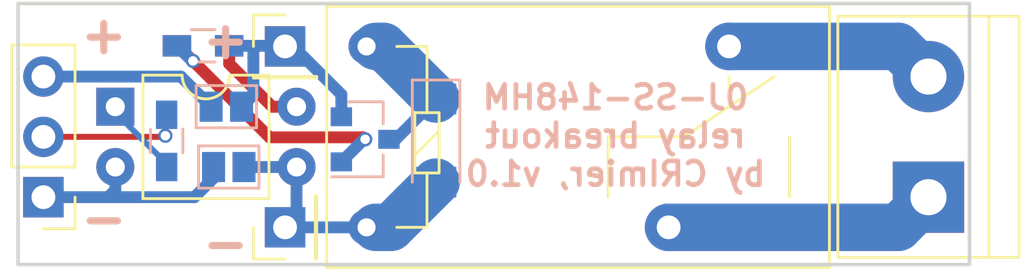
<source format=kicad_pcb>
(kicad_pcb (version 4) (host pcbnew 4.0.7)

  (general
    (links 19)
    (no_connects 0)
    (area 128.602381 101.555 176.716 117.777619)
    (thickness 1.6)
    (drawings 12)
    (tracks 60)
    (zones 0)
    (modules 13)
    (nets 12)
  )

  (page A4)
  (layers
    (0 F.Cu signal)
    (31 B.Cu signal)
    (32 B.Adhes user)
    (33 F.Adhes user)
    (34 B.Paste user)
    (35 F.Paste user)
    (36 B.SilkS user)
    (37 F.SilkS user)
    (38 B.Mask user)
    (39 F.Mask user)
    (40 Dwgs.User user)
    (41 Cmts.User user)
    (42 Eco1.User user)
    (43 Eco2.User user)
    (44 Edge.Cuts user)
    (45 Margin user)
    (46 B.CrtYd user)
    (47 F.CrtYd user)
    (48 B.Fab user hide)
    (49 F.Fab user hide)
  )

  (setup
    (last_trace_width 0.5)
    (user_trace_width 0.5)
    (user_trace_width 2)
    (trace_clearance 0.2)
    (zone_clearance 0.508)
    (zone_45_only no)
    (trace_min 0.2)
    (segment_width 0.2)
    (edge_width 0.15)
    (via_size 0.6)
    (via_drill 0.4)
    (via_min_size 0.4)
    (via_min_drill 0.3)
    (uvia_size 0.3)
    (uvia_drill 0.1)
    (uvias_allowed no)
    (uvia_min_size 0.2)
    (uvia_min_drill 0.1)
    (pcb_text_width 0.3)
    (pcb_text_size 1.5 1.5)
    (mod_edge_width 0.15)
    (mod_text_size 1 1)
    (mod_text_width 0.15)
    (pad_size 1.524 1.524)
    (pad_drill 0.762)
    (pad_to_mask_clearance 0.2)
    (aux_axis_origin 172.785 103.1)
    (grid_origin 172.785 103.1)
    (visible_elements 7FFFFFFF)
    (pcbplotparams
      (layerselection 0x010f0_80000001)
      (usegerberextensions true)
      (usegerberattributes true)
      (excludeedgelayer true)
      (linewidth 0.100000)
      (plotframeref false)
      (viasonmask false)
      (mode 1)
      (useauxorigin true)
      (hpglpennumber 1)
      (hpglpenspeed 20)
      (hpglpendiameter 15)
      (hpglpenoverlay 2)
      (psnegative false)
      (psa4output false)
      (plotreference false)
      (plotvalue false)
      (plotinvisibletext false)
      (padsonsilk false)
      (subtractmaskfromsilk false)
      (outputformat 1)
      (mirror false)
      (drillshape 0)
      (scaleselection 1)
      (outputdirectory gerbers/))
  )

  (net 0 "")
  (net 1 GND)
  (net 2 "Net-(J1-Pad2)")
  (net 3 VCC)
  (net 4 "Net-(R1-Pad1)")
  (net 5 "Net-(D1-Pad1)")
  (net 6 "Net-(D1-Pad2)")
  (net 7 "Net-(J5-Pad1)")
  (net 8 "Net-(J5-Pad2)")
  (net 9 "Net-(J4-Pad1)")
  (net 10 "Net-(Q1-Pad1)")
  (net 11 "Net-(R3-Pad2)")

  (net_class Default "This is the default net class."
    (clearance 0.2)
    (trace_width 0.25)
    (via_dia 0.6)
    (via_drill 0.4)
    (uvia_dia 0.3)
    (uvia_drill 0.1)
    (add_net GND)
    (add_net "Net-(D1-Pad1)")
    (add_net "Net-(D1-Pad2)")
    (add_net "Net-(J1-Pad2)")
    (add_net "Net-(J4-Pad1)")
    (add_net "Net-(J5-Pad1)")
    (add_net "Net-(J5-Pad2)")
    (add_net "Net-(Q1-Pad1)")
    (add_net "Net-(R1-Pad1)")
    (add_net "Net-(R3-Pad2)")
    (add_net VCC)
  )

  (module Pin_Headers:Pin_Header_Straight_1x03_Pitch2.54mm (layer F.Cu) (tedit 5AA84F86) (tstamp 5AA84E29)
    (at 133.35 111.76 180)
    (descr "Through hole straight pin header, 1x03, 2.54mm pitch, single row")
    (tags "Through hole pin header THT 1x03 2.54mm single row")
    (path /5AA84B07)
    (fp_text reference J1 (at 0 -2.33 180) (layer F.SilkS) hide
      (effects (font (size 1 1) (thickness 0.15)))
    )
    (fp_text value Conn_01x03 (at 0 7.41 180) (layer F.Fab)
      (effects (font (size 1 1) (thickness 0.15)))
    )
    (fp_line (start -0.635 -1.27) (end 1.27 -1.27) (layer F.Fab) (width 0.1))
    (fp_line (start 1.27 -1.27) (end 1.27 6.35) (layer F.Fab) (width 0.1))
    (fp_line (start 1.27 6.35) (end -1.27 6.35) (layer F.Fab) (width 0.1))
    (fp_line (start -1.27 6.35) (end -1.27 -0.635) (layer F.Fab) (width 0.1))
    (fp_line (start -1.27 -0.635) (end -0.635 -1.27) (layer F.Fab) (width 0.1))
    (fp_line (start -1.33 6.41) (end 1.33 6.41) (layer F.SilkS) (width 0.12))
    (fp_line (start -1.33 1.27) (end -1.33 6.41) (layer F.SilkS) (width 0.12))
    (fp_line (start 1.33 1.27) (end 1.33 6.41) (layer F.SilkS) (width 0.12))
    (fp_line (start -1.33 1.27) (end 1.33 1.27) (layer F.SilkS) (width 0.12))
    (fp_line (start -1.33 0) (end -1.33 -1.33) (layer F.SilkS) (width 0.12))
    (fp_line (start -1.33 -1.33) (end 0 -1.33) (layer F.SilkS) (width 0.12))
    (fp_line (start -1.8 -1.8) (end -1.8 6.85) (layer F.CrtYd) (width 0.05))
    (fp_line (start -1.8 6.85) (end 1.8 6.85) (layer F.CrtYd) (width 0.05))
    (fp_line (start 1.8 6.85) (end 1.8 -1.8) (layer F.CrtYd) (width 0.05))
    (fp_line (start 1.8 -1.8) (end -1.8 -1.8) (layer F.CrtYd) (width 0.05))
    (fp_text user %R (at 0 2.54 270) (layer F.Fab)
      (effects (font (size 1 1) (thickness 0.15)))
    )
    (pad 1 thru_hole rect (at 0 0 180) (size 1.7 1.7) (drill 1) (layers *.Cu *.Mask)
      (net 1 GND))
    (pad 2 thru_hole oval (at 0 2.54 180) (size 1.7 1.7) (drill 1) (layers *.Cu *.Mask)
      (net 2 "Net-(J1-Pad2)"))
    (pad 3 thru_hole oval (at 0 5.08 180) (size 1.7 1.7) (drill 1) (layers *.Cu *.Mask)
      (net 3 VCC))
    (model ${KISYS3DMOD}/Pin_Headers.3dshapes/Pin_Header_Straight_1x03_Pitch2.54mm.wrl
      (at (xyz 0 0 0))
      (scale (xyz 1 1 1))
      (rotate (xyz 0 0 0))
    )
  )

  (module Connect:GS2 (layer B.Cu) (tedit 5AA84F9E) (tstamp 5AA84E4C)
    (at 141.0412 107.95 270)
    (descr "2-pin solder bridge")
    (tags "solder bridge")
    (path /5AA84DD1)
    (attr smd)
    (fp_text reference JP1 (at 1.78 0 360) (layer B.SilkS) hide
      (effects (font (size 1 1) (thickness 0.15)) (justify mirror))
    )
    (fp_text value Jumper (at -1.8 0 540) (layer B.Fab)
      (effects (font (size 1 1) (thickness 0.15)) (justify mirror))
    )
    (fp_line (start 1.1 1.45) (end 1.1 -1.5) (layer B.CrtYd) (width 0.05))
    (fp_line (start 1.1 -1.5) (end -1.1 -1.5) (layer B.CrtYd) (width 0.05))
    (fp_line (start -1.1 -1.5) (end -1.1 1.45) (layer B.CrtYd) (width 0.05))
    (fp_line (start -1.1 1.45) (end 1.1 1.45) (layer B.CrtYd) (width 0.05))
    (fp_line (start -0.89 1.27) (end -0.89 -1.27) (layer B.SilkS) (width 0.12))
    (fp_line (start 0.89 -1.27) (end 0.89 1.27) (layer B.SilkS) (width 0.12))
    (fp_line (start 0.89 -1.27) (end -0.89 -1.27) (layer B.SilkS) (width 0.12))
    (fp_line (start -0.89 1.27) (end 0.89 1.27) (layer B.SilkS) (width 0.12))
    (pad 1 smd rect (at 0 0.64 270) (size 1.27 0.97) (layers B.Cu B.Paste B.Mask)
      (net 3 VCC))
    (pad 2 smd rect (at 0 -0.64 270) (size 1.27 0.97) (layers B.Cu B.Paste B.Mask)
      (net 9 "Net-(J4-Pad1)"))
  )

  (module Connect:GS2 (layer B.Cu) (tedit 5AA84F90) (tstamp 5AA84E52)
    (at 141.1428 110.49 270)
    (descr "2-pin solder bridge")
    (tags "solder bridge")
    (path /5AA84D40)
    (attr smd)
    (fp_text reference JP2 (at 1.78 0 360) (layer B.SilkS) hide
      (effects (font (size 1 1) (thickness 0.15)) (justify mirror))
    )
    (fp_text value Jumper (at -1.8 0 540) (layer B.Fab)
      (effects (font (size 1 1) (thickness 0.15)) (justify mirror))
    )
    (fp_line (start 1.1 1.45) (end 1.1 -1.5) (layer B.CrtYd) (width 0.05))
    (fp_line (start 1.1 -1.5) (end -1.1 -1.5) (layer B.CrtYd) (width 0.05))
    (fp_line (start -1.1 -1.5) (end -1.1 1.45) (layer B.CrtYd) (width 0.05))
    (fp_line (start -1.1 1.45) (end 1.1 1.45) (layer B.CrtYd) (width 0.05))
    (fp_line (start -0.89 1.27) (end -0.89 -1.27) (layer B.SilkS) (width 0.12))
    (fp_line (start 0.89 -1.27) (end 0.89 1.27) (layer B.SilkS) (width 0.12))
    (fp_line (start 0.89 -1.27) (end -0.89 -1.27) (layer B.SilkS) (width 0.12))
    (fp_line (start -0.89 1.27) (end 0.89 1.27) (layer B.SilkS) (width 0.12))
    (pad 1 smd rect (at 0 0.64 270) (size 1.27 0.97) (layers B.Cu B.Paste B.Mask)
      (net 1 GND))
    (pad 2 smd rect (at 0 -0.64 270) (size 1.27 0.97) (layers B.Cu B.Paste B.Mask)
      (net 6 "Net-(D1-Pad2)"))
  )

  (module Resistors_SMD:R_0603_HandSoldering (layer B.Cu) (tedit 5AA84F9B) (tstamp 5AA84E84)
    (at 138.5316 109.39 90)
    (descr "Resistor SMD 0603, hand soldering")
    (tags "resistor 0603")
    (path /5AA84C19)
    (attr smd)
    (fp_text reference R1 (at 0 1.45 90) (layer B.SilkS) hide
      (effects (font (size 1 1) (thickness 0.15)) (justify mirror))
    )
    (fp_text value 1k (at 0 -1.55 90) (layer B.Fab)
      (effects (font (size 1 1) (thickness 0.15)) (justify mirror))
    )
    (fp_text user %R (at 0 0 90) (layer B.Fab)
      (effects (font (size 0.4 0.4) (thickness 0.075)) (justify mirror))
    )
    (fp_line (start -0.8 -0.4) (end -0.8 0.4) (layer B.Fab) (width 0.1))
    (fp_line (start 0.8 -0.4) (end -0.8 -0.4) (layer B.Fab) (width 0.1))
    (fp_line (start 0.8 0.4) (end 0.8 -0.4) (layer B.Fab) (width 0.1))
    (fp_line (start -0.8 0.4) (end 0.8 0.4) (layer B.Fab) (width 0.1))
    (fp_line (start 0.5 -0.68) (end -0.5 -0.68) (layer B.SilkS) (width 0.12))
    (fp_line (start -0.5 0.68) (end 0.5 0.68) (layer B.SilkS) (width 0.12))
    (fp_line (start -1.96 0.7) (end 1.95 0.7) (layer B.CrtYd) (width 0.05))
    (fp_line (start -1.96 0.7) (end -1.96 -0.7) (layer B.CrtYd) (width 0.05))
    (fp_line (start 1.95 -0.7) (end 1.95 0.7) (layer B.CrtYd) (width 0.05))
    (fp_line (start 1.95 -0.7) (end -1.96 -0.7) (layer B.CrtYd) (width 0.05))
    (pad 1 smd rect (at -1.1 0 90) (size 1.2 0.9) (layers B.Cu B.Paste B.Mask)
      (net 4 "Net-(R1-Pad1)"))
    (pad 2 smd rect (at 1.1 0 90) (size 1.2 0.9) (layers B.Cu B.Paste B.Mask)
      (net 2 "Net-(J1-Pad2)"))
    (model ${KISYS3DMOD}/Resistors_SMD.3dshapes/R_0603.wrl
      (at (xyz 0 0 0))
      (scale (xyz 1 1 1))
      (rotate (xyz 0 0 0))
    )
  )

  (module Housings_DIP:DIP-4_W7.62mm (layer F.Cu) (tedit 5AA84F94) (tstamp 5AA84E8C)
    (at 136.3726 107.95)
    (descr "4-lead though-hole mounted DIP package, row spacing 7.62 mm (300 mils)")
    (tags "THT DIP DIL PDIP 2.54mm 7.62mm 300mil")
    (path /5AA84B5A)
    (fp_text reference U1 (at 3.81 -2.33) (layer F.SilkS) hide
      (effects (font (size 1 1) (thickness 0.15)))
    )
    (fp_text value PC817 (at 3.81 4.87) (layer F.Fab)
      (effects (font (size 1 1) (thickness 0.15)))
    )
    (fp_arc (start 3.81 -1.33) (end 2.81 -1.33) (angle -180) (layer F.SilkS) (width 0.12))
    (fp_line (start 1.635 -1.27) (end 6.985 -1.27) (layer F.Fab) (width 0.1))
    (fp_line (start 6.985 -1.27) (end 6.985 3.81) (layer F.Fab) (width 0.1))
    (fp_line (start 6.985 3.81) (end 0.635 3.81) (layer F.Fab) (width 0.1))
    (fp_line (start 0.635 3.81) (end 0.635 -0.27) (layer F.Fab) (width 0.1))
    (fp_line (start 0.635 -0.27) (end 1.635 -1.27) (layer F.Fab) (width 0.1))
    (fp_line (start 2.81 -1.33) (end 1.16 -1.33) (layer F.SilkS) (width 0.12))
    (fp_line (start 1.16 -1.33) (end 1.16 3.87) (layer F.SilkS) (width 0.12))
    (fp_line (start 1.16 3.87) (end 6.46 3.87) (layer F.SilkS) (width 0.12))
    (fp_line (start 6.46 3.87) (end 6.46 -1.33) (layer F.SilkS) (width 0.12))
    (fp_line (start 6.46 -1.33) (end 4.81 -1.33) (layer F.SilkS) (width 0.12))
    (fp_line (start -1.1 -1.55) (end -1.1 4.1) (layer F.CrtYd) (width 0.05))
    (fp_line (start -1.1 4.1) (end 8.7 4.1) (layer F.CrtYd) (width 0.05))
    (fp_line (start 8.7 4.1) (end 8.7 -1.55) (layer F.CrtYd) (width 0.05))
    (fp_line (start 8.7 -1.55) (end -1.1 -1.55) (layer F.CrtYd) (width 0.05))
    (fp_text user %R (at 3.81 1.27) (layer F.Fab)
      (effects (font (size 1 1) (thickness 0.15)))
    )
    (pad 1 thru_hole rect (at 0 0) (size 1.6 1.6) (drill 0.8) (layers *.Cu *.Mask)
      (net 4 "Net-(R1-Pad1)"))
    (pad 3 thru_hole oval (at 7.62 2.54) (size 1.6 1.6) (drill 0.8) (layers *.Cu *.Mask)
      (net 6 "Net-(D1-Pad2)"))
    (pad 2 thru_hole oval (at 0 2.54) (size 1.6 1.6) (drill 0.8) (layers *.Cu *.Mask)
      (net 1 GND))
    (pad 4 thru_hole oval (at 7.62 0) (size 1.6 1.6) (drill 0.8) (layers *.Cu *.Mask)
      (net 11 "Net-(R3-Pad2)"))
    (model ${KISYS3DMOD}/Housings_DIP.3dshapes/DIP-4_W7.62mm.wrl
      (at (xyz 0 0 0))
      (scale (xyz 1 1 1))
      (rotate (xyz 0 0 0))
    )
  )

  (module Pin_Headers:Pin_Header_Straight_1x01_Pitch2.54mm (layer F.Cu) (tedit 5AA84F92) (tstamp 5AA8500F)
    (at 143.51 113.03 90)
    (descr "Through hole straight pin header, 1x01, 2.54mm pitch, single row")
    (tags "Through hole pin header THT 1x01 2.54mm single row")
    (path /5AA85134)
    (fp_text reference J2 (at 0 -2.33 90) (layer F.SilkS) hide
      (effects (font (size 1 1) (thickness 0.15)))
    )
    (fp_text value Conn_01x01 (at 0 2.33 90) (layer F.Fab)
      (effects (font (size 1 1) (thickness 0.15)))
    )
    (fp_line (start -0.635 -1.27) (end 1.27 -1.27) (layer F.Fab) (width 0.1))
    (fp_line (start 1.27 -1.27) (end 1.27 1.27) (layer F.Fab) (width 0.1))
    (fp_line (start 1.27 1.27) (end -1.27 1.27) (layer F.Fab) (width 0.1))
    (fp_line (start -1.27 1.27) (end -1.27 -0.635) (layer F.Fab) (width 0.1))
    (fp_line (start -1.27 -0.635) (end -0.635 -1.27) (layer F.Fab) (width 0.1))
    (fp_line (start -1.33 1.33) (end 1.33 1.33) (layer F.SilkS) (width 0.12))
    (fp_line (start -1.33 1.27) (end -1.33 1.33) (layer F.SilkS) (width 0.12))
    (fp_line (start 1.33 1.27) (end 1.33 1.33) (layer F.SilkS) (width 0.12))
    (fp_line (start -1.33 1.27) (end 1.33 1.27) (layer F.SilkS) (width 0.12))
    (fp_line (start -1.33 0) (end -1.33 -1.33) (layer F.SilkS) (width 0.12))
    (fp_line (start -1.33 -1.33) (end 0 -1.33) (layer F.SilkS) (width 0.12))
    (fp_line (start -1.8 -1.8) (end -1.8 1.8) (layer F.CrtYd) (width 0.05))
    (fp_line (start -1.8 1.8) (end 1.8 1.8) (layer F.CrtYd) (width 0.05))
    (fp_line (start 1.8 1.8) (end 1.8 -1.8) (layer F.CrtYd) (width 0.05))
    (fp_line (start 1.8 -1.8) (end -1.8 -1.8) (layer F.CrtYd) (width 0.05))
    (fp_text user %R (at 0 0 180) (layer F.Fab)
      (effects (font (size 1 1) (thickness 0.15)))
    )
    (pad 1 thru_hole rect (at 0 0 90) (size 1.7 1.7) (drill 1) (layers *.Cu *.Mask)
      (net 6 "Net-(D1-Pad2)"))
    (model ${KISYS3DMOD}/Pin_Headers.3dshapes/Pin_Header_Straight_1x01_Pitch2.54mm.wrl
      (at (xyz 0 0 0))
      (scale (xyz 1 1 1))
      (rotate (xyz 0 0 0))
    )
  )

  (module Pin_Headers:Pin_Header_Straight_1x01_Pitch2.54mm (layer F.Cu) (tedit 5AA84F97) (tstamp 5AA85037)
    (at 143.51 105.41)
    (descr "Through hole straight pin header, 1x01, 2.54mm pitch, single row")
    (tags "Through hole pin header THT 1x01 2.54mm single row")
    (path /5AA850DF)
    (fp_text reference J4 (at 0 -2.33) (layer F.SilkS) hide
      (effects (font (size 1 1) (thickness 0.15)))
    )
    (fp_text value Conn_01x01 (at 0 2.33) (layer F.Fab)
      (effects (font (size 1 1) (thickness 0.15)))
    )
    (fp_line (start -0.635 -1.27) (end 1.27 -1.27) (layer F.Fab) (width 0.1))
    (fp_line (start 1.27 -1.27) (end 1.27 1.27) (layer F.Fab) (width 0.1))
    (fp_line (start 1.27 1.27) (end -1.27 1.27) (layer F.Fab) (width 0.1))
    (fp_line (start -1.27 1.27) (end -1.27 -0.635) (layer F.Fab) (width 0.1))
    (fp_line (start -1.27 -0.635) (end -0.635 -1.27) (layer F.Fab) (width 0.1))
    (fp_line (start -1.33 1.33) (end 1.33 1.33) (layer F.SilkS) (width 0.12))
    (fp_line (start -1.33 1.27) (end -1.33 1.33) (layer F.SilkS) (width 0.12))
    (fp_line (start 1.33 1.27) (end 1.33 1.33) (layer F.SilkS) (width 0.12))
    (fp_line (start -1.33 1.27) (end 1.33 1.27) (layer F.SilkS) (width 0.12))
    (fp_line (start -1.33 0) (end -1.33 -1.33) (layer F.SilkS) (width 0.12))
    (fp_line (start -1.33 -1.33) (end 0 -1.33) (layer F.SilkS) (width 0.12))
    (fp_line (start -1.8 -1.8) (end -1.8 1.8) (layer F.CrtYd) (width 0.05))
    (fp_line (start -1.8 1.8) (end 1.8 1.8) (layer F.CrtYd) (width 0.05))
    (fp_line (start 1.8 1.8) (end 1.8 -1.8) (layer F.CrtYd) (width 0.05))
    (fp_line (start 1.8 -1.8) (end -1.8 -1.8) (layer F.CrtYd) (width 0.05))
    (fp_text user %R (at 0 0 90) (layer F.Fab)
      (effects (font (size 1 1) (thickness 0.15)))
    )
    (pad 1 thru_hole rect (at 0 0) (size 1.7 1.7) (drill 1) (layers *.Cu *.Mask)
      (net 9 "Net-(J4-Pad1)"))
    (model ${KISYS3DMOD}/Pin_Headers.3dshapes/Pin_Header_Straight_1x01_Pitch2.54mm.wrl
      (at (xyz 0 0 0))
      (scale (xyz 1 1 1))
      (rotate (xyz 0 0 0))
    )
  )

  (module Diodes_SMD:D_MiniMELF (layer B.Cu) (tedit 5AA84F8C) (tstamp 5AA8515D)
    (at 149.86 109.375 270)
    (descr "Diode Mini-MELF")
    (tags "Diode Mini-MELF")
    (path /5AA8523E)
    (attr smd)
    (fp_text reference D1 (at 0 2 270) (layer B.SilkS) hide
      (effects (font (size 1 1) (thickness 0.15)) (justify mirror))
    )
    (fp_text value D_Small (at 0 -1.75 270) (layer B.Fab)
      (effects (font (size 1 1) (thickness 0.15)) (justify mirror))
    )
    (fp_text user %R (at 0 2 270) (layer B.Fab)
      (effects (font (size 1 1) (thickness 0.15)) (justify mirror))
    )
    (fp_line (start 1.75 1) (end -2.55 1) (layer B.SilkS) (width 0.12))
    (fp_line (start -2.55 1) (end -2.55 -1) (layer B.SilkS) (width 0.12))
    (fp_line (start -2.55 -1) (end 1.75 -1) (layer B.SilkS) (width 0.12))
    (fp_line (start 1.65 0.8) (end 1.65 -0.8) (layer B.Fab) (width 0.1))
    (fp_line (start 1.65 -0.8) (end -1.65 -0.8) (layer B.Fab) (width 0.1))
    (fp_line (start -1.65 -0.8) (end -1.65 0.8) (layer B.Fab) (width 0.1))
    (fp_line (start -1.65 0.8) (end 1.65 0.8) (layer B.Fab) (width 0.1))
    (fp_line (start 0.25 0) (end 0.75 0) (layer B.Fab) (width 0.1))
    (fp_line (start 0.25 -0.4) (end -0.35 0) (layer B.Fab) (width 0.1))
    (fp_line (start 0.25 0.4) (end 0.25 -0.4) (layer B.Fab) (width 0.1))
    (fp_line (start -0.35 0) (end 0.25 0.4) (layer B.Fab) (width 0.1))
    (fp_line (start -0.35 0) (end -0.35 -0.55) (layer B.Fab) (width 0.1))
    (fp_line (start -0.35 0) (end -0.35 0.55) (layer B.Fab) (width 0.1))
    (fp_line (start -0.75 0) (end -0.35 0) (layer B.Fab) (width 0.1))
    (fp_line (start -2.65 1.1) (end 2.65 1.1) (layer B.CrtYd) (width 0.05))
    (fp_line (start 2.65 1.1) (end 2.65 -1.1) (layer B.CrtYd) (width 0.05))
    (fp_line (start 2.65 -1.1) (end -2.65 -1.1) (layer B.CrtYd) (width 0.05))
    (fp_line (start -2.65 -1.1) (end -2.65 1.1) (layer B.CrtYd) (width 0.05))
    (pad 1 smd rect (at -1.75 0 270) (size 1.3 1.7) (layers B.Cu B.Paste B.Mask)
      (net 5 "Net-(D1-Pad1)"))
    (pad 2 smd rect (at 1.75 0 270) (size 1.3 1.7) (layers B.Cu B.Paste B.Mask)
      (net 6 "Net-(D1-Pad2)"))
    (model ${KISYS3DMOD}/Diodes_SMD.3dshapes/D_MiniMELF.wrl
      (at (xyz 0 0 0))
      (scale (xyz 1 1 1))
      (rotate (xyz 0 0 0))
    )
  )

  (module Terminal_Blocks:TerminalBlock_bornier-2_P5.08mm (layer F.Cu) (tedit 5AA86626) (tstamp 5AA863D5)
    (at 170.561 111.76 90)
    (descr "simple 2-pin terminal block, pitch 5.08mm, revamped version of bornier2")
    (tags "terminal block bornier2")
    (path /5AA86337)
    (fp_text reference J5 (at 2.54 -5.08 90) (layer F.SilkS) hide
      (effects (font (size 1 1) (thickness 0.15)))
    )
    (fp_text value Conn_01x02 (at 2.54 5.08 90) (layer F.Fab)
      (effects (font (size 1 1) (thickness 0.15)))
    )
    (fp_text user %R (at 2.54 0 90) (layer F.Fab)
      (effects (font (size 1 1) (thickness 0.15)))
    )
    (fp_line (start -2.41 2.55) (end 7.49 2.55) (layer F.Fab) (width 0.1))
    (fp_line (start -2.46 -3.75) (end -2.46 3.75) (layer F.Fab) (width 0.1))
    (fp_line (start -2.46 3.75) (end 7.54 3.75) (layer F.Fab) (width 0.1))
    (fp_line (start 7.54 3.75) (end 7.54 -3.75) (layer F.Fab) (width 0.1))
    (fp_line (start 7.54 -3.75) (end -2.46 -3.75) (layer F.Fab) (width 0.1))
    (fp_line (start 7.62 2.54) (end -2.54 2.54) (layer F.SilkS) (width 0.12))
    (fp_line (start 7.62 3.81) (end 7.62 -3.81) (layer F.SilkS) (width 0.12))
    (fp_line (start 7.62 -3.81) (end -2.54 -3.81) (layer F.SilkS) (width 0.12))
    (fp_line (start -2.54 -3.81) (end -2.54 3.81) (layer F.SilkS) (width 0.12))
    (fp_line (start -2.54 3.81) (end 7.62 3.81) (layer F.SilkS) (width 0.12))
    (fp_line (start -2.71 -4) (end 7.79 -4) (layer F.CrtYd) (width 0.05))
    (fp_line (start -2.71 -4) (end -2.71 4) (layer F.CrtYd) (width 0.05))
    (fp_line (start 7.79 4) (end 7.79 -4) (layer F.CrtYd) (width 0.05))
    (fp_line (start 7.79 4) (end -2.71 4) (layer F.CrtYd) (width 0.05))
    (pad 1 thru_hole rect (at 0 0 90) (size 3 3) (drill 1.52) (layers *.Cu *.Mask)
      (net 7 "Net-(J5-Pad1)"))
    (pad 2 thru_hole circle (at 5.08 0 90) (size 3 3) (drill 1.52) (layers *.Cu *.Mask)
      (net 8 "Net-(J5-Pad2)"))
    (model ${KISYS3DMOD}/Terminal_Blocks.3dshapes/TerminalBlock_bornier-2_P5.08mm.wrl
      (at (xyz 0.1 0 0))
      (scale (xyz 1 1 1))
      (rotate (xyz 0 0 0))
    )
  )

  (module Resistors_SMD:R_0603_HandSoldering (layer B.Cu) (tedit 5AE47C5D) (tstamp 5AE47A91)
    (at 140.062 105.386)
    (descr "Resistor SMD 0603, hand soldering")
    (tags "resistor 0603")
    (path /5AE47AF2)
    (attr smd)
    (fp_text reference R2 (at 0 1.45) (layer B.SilkS) hide
      (effects (font (size 1 1) (thickness 0.15)) (justify mirror))
    )
    (fp_text value 1k (at 0 -1.55) (layer B.Fab)
      (effects (font (size 1 1) (thickness 0.15)) (justify mirror))
    )
    (fp_text user %R (at 0 0) (layer B.Fab)
      (effects (font (size 0.4 0.4) (thickness 0.075)) (justify mirror))
    )
    (fp_line (start -0.8 -0.4) (end -0.8 0.4) (layer B.Fab) (width 0.1))
    (fp_line (start 0.8 -0.4) (end -0.8 -0.4) (layer B.Fab) (width 0.1))
    (fp_line (start 0.8 0.4) (end 0.8 -0.4) (layer B.Fab) (width 0.1))
    (fp_line (start -0.8 0.4) (end 0.8 0.4) (layer B.Fab) (width 0.1))
    (fp_line (start 0.5 -0.68) (end -0.5 -0.68) (layer B.SilkS) (width 0.12))
    (fp_line (start -0.5 0.68) (end 0.5 0.68) (layer B.SilkS) (width 0.12))
    (fp_line (start -1.96 0.7) (end 1.95 0.7) (layer B.CrtYd) (width 0.05))
    (fp_line (start -1.96 0.7) (end -1.96 -0.7) (layer B.CrtYd) (width 0.05))
    (fp_line (start 1.95 -0.7) (end 1.95 0.7) (layer B.CrtYd) (width 0.05))
    (fp_line (start 1.95 -0.7) (end -1.96 -0.7) (layer B.CrtYd) (width 0.05))
    (pad 1 smd rect (at -1.1 0) (size 1.2 0.9) (layers B.Cu B.Paste B.Mask)
      (net 10 "Net-(Q1-Pad1)"))
    (pad 2 smd rect (at 1.1 0) (size 1.2 0.9) (layers B.Cu B.Paste B.Mask)
      (net 9 "Net-(J4-Pad1)"))
    (model ${KISYS3DMOD}/Resistors_SMD.3dshapes/R_0603.wrl
      (at (xyz 0 0 0))
      (scale (xyz 1 1 1))
      (rotate (xyz 0 0 0))
    )
  )

  (module Resistors_SMD:R_0603_HandSoldering (layer F.Cu) (tedit 5AE47C5A) (tstamp 5AE47AA2)
    (at 140.062 105.386)
    (descr "Resistor SMD 0603, hand soldering")
    (tags "resistor 0603")
    (path /5AE47A6B)
    (attr smd)
    (fp_text reference R3 (at 0 -1.45) (layer F.SilkS) hide
      (effects (font (size 1 1) (thickness 0.15)))
    )
    (fp_text value 1k (at 0 1.55) (layer F.Fab)
      (effects (font (size 1 1) (thickness 0.15)))
    )
    (fp_text user %R (at 0 0) (layer F.Fab)
      (effects (font (size 0.4 0.4) (thickness 0.075)))
    )
    (fp_line (start -0.8 0.4) (end -0.8 -0.4) (layer F.Fab) (width 0.1))
    (fp_line (start 0.8 0.4) (end -0.8 0.4) (layer F.Fab) (width 0.1))
    (fp_line (start 0.8 -0.4) (end 0.8 0.4) (layer F.Fab) (width 0.1))
    (fp_line (start -0.8 -0.4) (end 0.8 -0.4) (layer F.Fab) (width 0.1))
    (fp_line (start 0.5 0.68) (end -0.5 0.68) (layer F.SilkS) (width 0.12))
    (fp_line (start -0.5 -0.68) (end 0.5 -0.68) (layer F.SilkS) (width 0.12))
    (fp_line (start -1.96 -0.7) (end 1.95 -0.7) (layer F.CrtYd) (width 0.05))
    (fp_line (start -1.96 -0.7) (end -1.96 0.7) (layer F.CrtYd) (width 0.05))
    (fp_line (start 1.95 0.7) (end 1.95 -0.7) (layer F.CrtYd) (width 0.05))
    (fp_line (start 1.95 0.7) (end -1.96 0.7) (layer F.CrtYd) (width 0.05))
    (pad 1 smd rect (at -1.1 0) (size 1.2 0.9) (layers F.Cu F.Paste F.Mask)
      (net 10 "Net-(Q1-Pad1)"))
    (pad 2 smd rect (at 1.1 0) (size 1.2 0.9) (layers F.Cu F.Paste F.Mask)
      (net 11 "Net-(R3-Pad2)"))
    (model ${KISYS3DMOD}/Resistors_SMD.3dshapes/R_0603.wrl
      (at (xyz 0 0 0))
      (scale (xyz 1 1 1))
      (rotate (xyz 0 0 0))
    )
  )

  (module 30v-skrubis-relays:Relay_SPDT_OMRON-G5Q (layer F.Cu) (tedit 5AE47CF7) (tstamp 5AE47C63)
    (at 146.937 113.03)
    (descr "Relay SPDT Omron Serie G5Q")
    (tags "Relay SPDT Omron Serie G5Q")
    (path /5AA86382)
    (fp_text reference K1 (at 9.5 -10.5) (layer F.SilkS) hide
      (effects (font (size 1 1) (thickness 0.15)))
    )
    (fp_text value G5Q-1A (at 9 3 180) (layer F.Fab)
      (effects (font (size 1 1) (thickness 0.15)))
    )
    (fp_text user %R (at 8.89 -3.81) (layer F.Fab)
      (effects (font (size 1 1) (thickness 0.15)))
    )
    (fp_line (start 17.78 -1.27) (end 17.78 -3.81) (layer F.SilkS) (width 0.12))
    (fp_line (start 13.335 -3.81) (end 17.145 -6.35) (layer F.SilkS) (width 0.12))
    (fp_line (start 15.24 -6.35) (end 15.24 -5.08) (layer F.SilkS) (width 0.12))
    (fp_line (start 10.16 -1.27) (end 10.16 -3.81) (layer F.SilkS) (width 0.12))
    (fp_line (start 10.16 -3.81) (end 13.335 -3.81) (layer F.SilkS) (width 0.12))
    (fp_line (start 0 -1) (end 0 -6.5) (layer F.Fab) (width 0.1))
    (fp_line (start 18.96 -8.81) (end 18.96 1.19) (layer F.Fab) (width 0.1))
    (fp_line (start 18.96 1.19) (end -1.18 1.19) (layer F.Fab) (width 0.1))
    (fp_line (start -1.18 1.19) (end -1.18 -8.81) (layer F.Fab) (width 0.1))
    (fp_line (start -1.18 -8.81) (end 18.96 -8.81) (layer F.Fab) (width 0.1))
    (fp_line (start -1.95 -9.55) (end 19.7 -9.55) (layer F.CrtYd) (width 0.05))
    (fp_line (start 19.7 -9.55) (end 19.7 1.95) (layer F.CrtYd) (width 0.05))
    (fp_line (start 19.7 1.95) (end -1.95 1.95) (layer F.CrtYd) (width 0.05))
    (fp_line (start -1.95 1.95) (end -1.95 -9.55) (layer F.CrtYd) (width 0.05))
    (fp_line (start 2.03 -3.05) (end 3.05 -4.06) (layer F.SilkS) (width 0.12))
    (fp_line (start 2.54 -7.62) (end 1.27 -7.62) (layer F.SilkS) (width 0.12))
    (fp_line (start 2.54 -4.83) (end 2.54 -7.62) (layer F.SilkS) (width 0.12))
    (fp_line (start 2.54 0) (end 2.54 -2.29) (layer F.SilkS) (width 0.12))
    (fp_line (start 1.27 0) (end 2.54 0) (layer F.SilkS) (width 0.12))
    (fp_line (start 2.54 -2.29) (end 2.03 -2.29) (layer F.SilkS) (width 0.12))
    (fp_line (start 2.03 -2.29) (end 2.03 -4.83) (layer F.SilkS) (width 0.12))
    (fp_line (start 2.03 -4.83) (end 2.54 -4.83) (layer F.SilkS) (width 0.12))
    (fp_line (start 2.54 -4.83) (end 3.05 -4.83) (layer F.SilkS) (width 0.12))
    (fp_line (start 3.05 -4.83) (end 3.05 -2.29) (layer F.SilkS) (width 0.12))
    (fp_line (start 3.05 -2.29) (end 2.54 -2.29) (layer F.SilkS) (width 0.12))
    (fp_line (start -1.68 1.69) (end 19.46 1.69) (layer F.SilkS) (width 0.12))
    (fp_line (start 19.46 1.69) (end 19.46 -9.31) (layer F.SilkS) (width 0.12))
    (fp_line (start -1.68 1.69) (end -1.68 -9.31) (layer F.SilkS) (width 0.12))
    (fp_line (start -1.68 -9.31) (end 19.46 -9.31) (layer F.SilkS) (width 0.12))
    (fp_circle (center 13.335 -3.81) (end 13.462 -3.81) (layer F.SilkS) (width 0.12))
    (pad 1 thru_hole circle (at 0 0 180) (size 1.52 1.52) (drill 0.76) (layers *.Cu *.Mask)
      (net 6 "Net-(D1-Pad2)"))
    (pad 2 thru_hole circle (at 12.7 0 180) (size 2 2) (drill 1) (layers *.Cu *.Mask)
      (net 7 "Net-(J5-Pad1)"))
    (pad 3 thru_hole circle (at 15.24 -7.62 180) (size 2 2) (drill 1) (layers *.Cu *.Mask)
      (net 8 "Net-(J5-Pad2)"))
    (pad 5 thru_hole circle (at 0 -7.62 180) (size 1.52 1.52) (drill 0.76) (layers *.Cu *.Mask)
      (net 5 "Net-(D1-Pad1)"))
    (model ${KISYS3DMOD}/Relays_THT.3dshapes/Relay_SPDT_OMRON-G5Q.wrl
      (at (xyz 0 0 0))
      (scale (xyz 1 1 1))
      (rotate (xyz 0 0 0))
    )
  )

  (module TO_SOT_Packages_SMD:SOT-23 (layer B.Cu) (tedit 5AE47CFC) (tstamp 5AE47C6A)
    (at 146.877 109.323)
    (descr "SOT-23, Standard")
    (tags SOT-23)
    (path /5AE4780B)
    (attr smd)
    (fp_text reference Q1 (at 0 2.5) (layer B.SilkS) hide
      (effects (font (size 1 1) (thickness 0.15)) (justify mirror))
    )
    (fp_text value Q_PNP_BEC (at 0 -2.5) (layer B.Fab)
      (effects (font (size 1 1) (thickness 0.15)) (justify mirror))
    )
    (fp_text user %R (at 0 0 270) (layer B.Fab)
      (effects (font (size 0.5 0.5) (thickness 0.075)) (justify mirror))
    )
    (fp_line (start -0.7 0.95) (end -0.7 -1.5) (layer B.Fab) (width 0.1))
    (fp_line (start -0.15 1.52) (end 0.7 1.52) (layer B.Fab) (width 0.1))
    (fp_line (start -0.7 0.95) (end -0.15 1.52) (layer B.Fab) (width 0.1))
    (fp_line (start 0.7 1.52) (end 0.7 -1.52) (layer B.Fab) (width 0.1))
    (fp_line (start -0.7 -1.52) (end 0.7 -1.52) (layer B.Fab) (width 0.1))
    (fp_line (start 0.76 -1.58) (end 0.76 -0.65) (layer B.SilkS) (width 0.12))
    (fp_line (start 0.76 1.58) (end 0.76 0.65) (layer B.SilkS) (width 0.12))
    (fp_line (start -1.7 1.75) (end 1.7 1.75) (layer B.CrtYd) (width 0.05))
    (fp_line (start 1.7 1.75) (end 1.7 -1.75) (layer B.CrtYd) (width 0.05))
    (fp_line (start 1.7 -1.75) (end -1.7 -1.75) (layer B.CrtYd) (width 0.05))
    (fp_line (start -1.7 -1.75) (end -1.7 1.75) (layer B.CrtYd) (width 0.05))
    (fp_line (start 0.76 1.58) (end -1.4 1.58) (layer B.SilkS) (width 0.12))
    (fp_line (start 0.76 -1.58) (end -0.7 -1.58) (layer B.SilkS) (width 0.12))
    (pad 1 smd rect (at -1 0.95) (size 0.9 0.8) (layers B.Cu B.Paste B.Mask)
      (net 10 "Net-(Q1-Pad1)"))
    (pad 2 smd rect (at -1 -0.95) (size 0.9 0.8) (layers B.Cu B.Paste B.Mask)
      (net 9 "Net-(J4-Pad1)"))
    (pad 3 smd rect (at 1 0) (size 0.9 0.8) (layers B.Cu B.Paste B.Mask)
      (net 5 "Net-(D1-Pad1)"))
    (model ${KISYS3DMOD}/TO_SOT_Packages_SMD.3dshapes/SOT-23.wrl
      (at (xyz 0 0 0))
      (scale (xyz 1 1 1))
      (rotate (xyz 0 0 0))
    )
  )

  (gr_text - (at 135.89 112.649) (layer B.SilkS) (tstamp 5AA8526E)
    (effects (font (size 1.5 1.5) (thickness 0.3)) (justify mirror))
  )
  (gr_text - (at 135.89 112.649) (layer F.SilkS) (tstamp 5AA8526D)
    (effects (font (size 1.5 1.5) (thickness 0.3)))
  )
  (gr_text - (at 141.01 113.689) (layer B.SilkS) (tstamp 5AA8526C)
    (effects (font (size 1.5 1.5) (thickness 0.3)) (justify mirror))
  )
  (gr_text - (at 141.01 113.689) (layer F.SilkS) (tstamp 5AA8526B)
    (effects (font (size 1.5 1.5) (thickness 0.3)))
  )
  (gr_text + (at 141.01 105.124) (layer B.SilkS) (tstamp 5AA85265)
    (effects (font (size 1.5 1.5) (thickness 0.3)) (justify mirror))
  )
  (gr_text + (at 135.89 104.91) (layer F.SilkS) (tstamp 5AA8525A)
    (effects (font (size 1.5 1.5) (thickness 0.3)))
  )
  (gr_text + (at 135.89 104.91) (layer B.SilkS)
    (effects (font (size 1.5 1.5) (thickness 0.3)) (justify mirror))
  )
  (gr_text "0J-SS-148HM\nrelay breakout\nby CRImier, v1.0" (at 157.4038 109.1692) (layer B.SilkS)
    (effects (font (size 1 1) (thickness 0.2)) (justify mirror))
  )
  (gr_line (start 132.285 103.6) (end 172.285 103.6) (layer Edge.Cuts) (width 0.15))
  (gr_line (start 132.285 114.6) (end 132.285 103.6) (layer Edge.Cuts) (width 0.15))
  (gr_line (start 172.285 114.6) (end 132.285 114.6) (layer Edge.Cuts) (width 0.15))
  (gr_line (start 172.285 103.6) (end 172.285 114.6) (layer Edge.Cuts) (width 0.15))

  (segment (start 133.35 111.76) (end 136.525 111.76) (width 0.5) (layer B.Cu) (net 1))
  (segment (start 136.525 111.76) (end 139.7 111.76) (width 0.5) (layer B.Cu) (net 1))
  (segment (start 136.3726 110.49) (end 136.3726 111.6076) (width 0.5) (layer B.Cu) (net 1))
  (segment (start 136.3726 111.6076) (end 136.525 111.76) (width 0.5) (layer B.Cu) (net 1))
  (segment (start 140.5028 110.49) (end 140.5028 110.9572) (width 0.5) (layer B.Cu) (net 1))
  (segment (start 140.5028 110.9572) (end 140.335 111.125) (width 0.5) (layer B.Cu) (net 1))
  (segment (start 139.7 111.76) (end 140.335 111.125) (width 0.5) (layer B.Cu) (net 1))
  (segment (start 135.89 111.76) (end 139.7 111.76) (width 0.25) (layer B.Cu) (net 1))
  (segment (start 136.3726 111.2774) (end 135.89 111.76) (width 0.25) (layer B.Cu) (net 1))
  (segment (start 135.89 111.76) (end 133.35 111.76) (width 0.25) (layer B.Cu) (net 1))
  (segment (start 136.3726 110.49) (end 136.3726 111.2774) (width 0.25) (layer B.Cu) (net 1))
  (segment (start 138.478242 109.171758) (end 138.478242 108.343358) (width 0.25) (layer B.Cu) (net 2))
  (segment (start 138.478242 108.343358) (end 138.5316 108.29) (width 0.25) (layer B.Cu) (net 2))
  (segment (start 137.16 109.22) (end 138.43 109.22) (width 0.25) (layer F.Cu) (net 2))
  (segment (start 138.43 109.22) (end 138.478242 109.171758) (width 0.25) (layer F.Cu) (net 2))
  (via (at 138.478242 109.171758) (size 0.6) (drill 0.4) (layers F.Cu B.Cu) (net 2))
  (segment (start 133.35 109.22) (end 137.16 109.22) (width 0.25) (layer F.Cu) (net 2))
  (segment (start 133.35 106.68) (end 139.1312 106.68) (width 0.5) (layer B.Cu) (net 3))
  (segment (start 139.1312 106.68) (end 140.4012 107.95) (width 0.5) (layer B.Cu) (net 3))
  (segment (start 138.5316 110.49) (end 138.5316 110.35046) (width 0.25) (layer B.Cu) (net 4))
  (segment (start 138.5316 110.35046) (end 136.3726 108.19146) (width 0.25) (layer B.Cu) (net 4))
  (segment (start 136.3726 108.19146) (end 136.3726 107.95) (width 0.25) (layer B.Cu) (net 4))
  (segment (start 147.877 109.323) (end 148.162 109.323) (width 0.5) (layer B.Cu) (net 5))
  (segment (start 148.162 109.323) (end 149.86 107.625) (width 0.5) (layer B.Cu) (net 5))
  (segment (start 147.645 105.41) (end 149.86 107.625) (width 2) (layer B.Cu) (net 5))
  (segment (start 147.32 105.41) (end 147.645 105.41) (width 2) (layer B.Cu) (net 5))
  (segment (start 143.51 113.03) (end 146.937 113.03) (width 0.5) (layer B.Cu) (net 6))
  (segment (start 143.9926 110.49) (end 143.9926 112.5474) (width 0.5) (layer B.Cu) (net 6))
  (segment (start 143.9926 112.5474) (end 143.51 113.03) (width 0.5) (layer B.Cu) (net 6))
  (segment (start 141.7828 110.49) (end 143.9926 110.49) (width 0.5) (layer B.Cu) (net 6))
  (segment (start 147.955 113.03) (end 149.86 111.125) (width 2) (layer B.Cu) (net 6))
  (segment (start 147.32 113.03) (end 147.955 113.03) (width 2) (layer B.Cu) (net 6))
  (segment (start 159.637 113.03) (end 169.291 113.03) (width 2) (layer B.Cu) (net 7))
  (segment (start 169.291 113.03) (end 170.561 111.76) (width 2) (layer B.Cu) (net 7))
  (segment (start 162.177 105.41) (end 169.291 105.41) (width 2) (layer B.Cu) (net 8))
  (segment (start 169.291 105.41) (end 170.561 106.68) (width 2) (layer B.Cu) (net 8))
  (segment (start 142.178 105.386) (end 143.486 105.386) (width 0.5) (layer B.Cu) (net 9))
  (segment (start 141.162 105.386) (end 142.178 105.386) (width 0.5) (layer B.Cu) (net 9))
  (segment (start 142.178 105.386) (end 142.178 107.4532) (width 0.5) (layer B.Cu) (net 9))
  (segment (start 142.178 107.4532) (end 141.6812 107.95) (width 0.5) (layer B.Cu) (net 9))
  (segment (start 143.853 105.41) (end 145.877 107.434) (width 0.5) (layer B.Cu) (net 9))
  (segment (start 145.877 107.434) (end 145.877 108.373) (width 0.5) (layer B.Cu) (net 9))
  (segment (start 143.51 105.41) (end 143.853 105.41) (width 0.5) (layer B.Cu) (net 9))
  (segment (start 143.486 105.386) (end 143.51 105.41) (width 0.5) (layer B.Cu) (net 9))
  (segment (start 139.638 106.021) (end 139.597 106.021) (width 0.5) (layer B.Cu) (net 10))
  (segment (start 139.597 106.021) (end 138.962 105.386) (width 0.5) (layer B.Cu) (net 10))
  (segment (start 138.962 105.386) (end 139.003 105.386) (width 0.5) (layer F.Cu) (net 10))
  (segment (start 139.003 105.386) (end 139.638 106.021) (width 0.5) (layer F.Cu) (net 10))
  (segment (start 139.638 106.021) (end 139.597 106.021) (width 0.5) (layer F.Cu) (net 10))
  (segment (start 138.962 105.386) (end 139.003 105.386) (width 0.5) (layer B.Cu) (net 10))
  (segment (start 139.638 106.021) (end 142.856999 109.239999) (width 0.5) (layer F.Cu) (net 10))
  (via (at 139.638 106.021) (size 0.6) (drill 0.4) (layers F.Cu B.Cu) (net 10))
  (segment (start 146.877 109.323) (end 146.827 109.323) (width 0.5) (layer B.Cu) (net 10))
  (segment (start 146.827 109.323) (end 145.877 110.273) (width 0.5) (layer B.Cu) (net 10))
  (segment (start 142.856999 109.239999) (end 146.793999 109.239999) (width 0.5) (layer F.Cu) (net 10))
  (segment (start 146.793999 109.239999) (end 146.877 109.323) (width 0.5) (layer F.Cu) (net 10))
  (via (at 146.877 109.323) (size 0.6) (drill 0.4) (layers F.Cu B.Cu) (net 10))
  (segment (start 141.162 105.386) (end 141.162 106.143444) (width 0.5) (layer F.Cu) (net 11))
  (segment (start 141.162 106.143444) (end 142.968556 107.95) (width 0.5) (layer F.Cu) (net 11))
  (segment (start 142.968556 107.95) (end 143.9926 107.95) (width 0.5) (layer F.Cu) (net 11))

)

</source>
